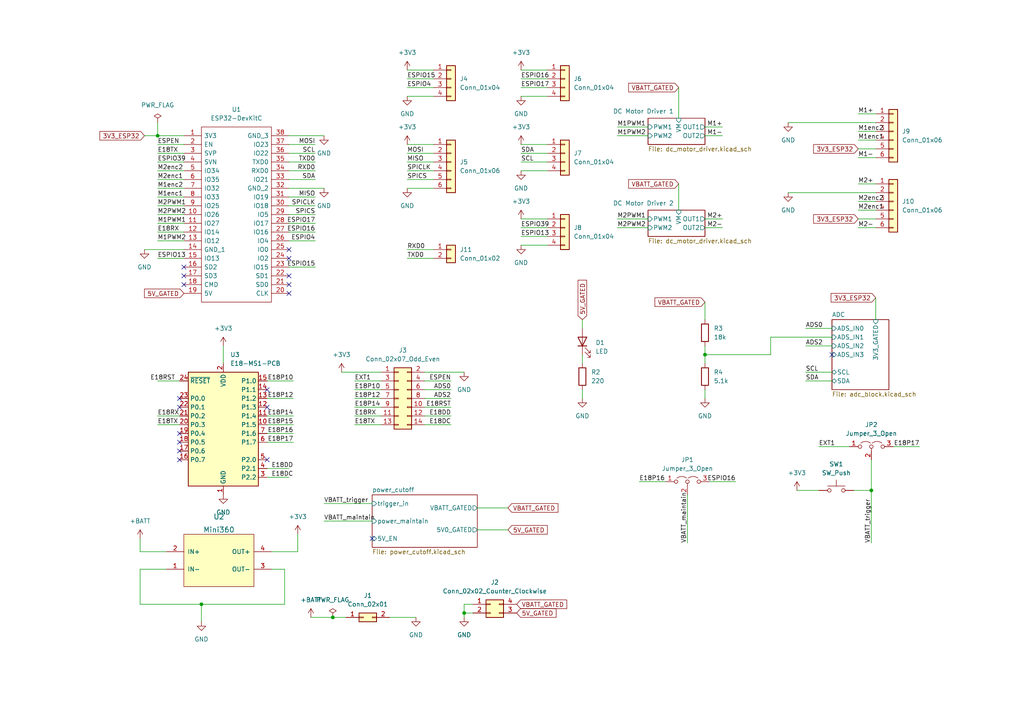
<source format=kicad_sch>
(kicad_sch (version 20211123) (generator eeschema)
  (paper "A4")
  (lib_symbols
    (symbol "Connector_Generic:Conn_01x02" (pin_names (offset 1.016) hide)
      (property "Reference" "J" (at 0 2.54 0))
      (property "Value" "Conn_01x02" (at 0 -5.08 0))
      (symbol "Conn_01x02_1_1"
        (rectangle (start -1.27 -2.413) (end 0 -2.667) (stroke (width 0.1524)))
        (rectangle (start -1.27 0.127) (end 0 -0.127) (stroke (width 0.1524)))
        (rectangle (start -1.27 1.27) (end 1.27 -3.81) (stroke (width 0.254)) (fill (type background)))
        (pin passive line (at -5.08 0 0) (length 3.81) (name "Pin_1") (number "1"))
        (pin passive line (at -5.08 -2.54 0) (length 3.81) (name "Pin_2") (number "2"))
      )
    )
    (symbol "Connector_Generic:Conn_01x04" (pin_names (offset 1.016) hide)
      (property "Reference" "J" (at 0 5.08 0))
      (property "Value" "Conn_01x04" (at 0 -7.62 0))
      (symbol "Conn_01x04_1_1"
        (rectangle (start -1.27 -4.953) (end 0 -5.207) (stroke (width 0.1524)))
        (rectangle (start -1.27 -2.413) (end 0 -2.667) (stroke (width 0.1524)))
        (rectangle (start -1.27 0.127) (end 0 -0.127) (stroke (width 0.1524)))
        (rectangle (start -1.27 2.667) (end 0 2.413) (stroke (width 0.1524)))
        (rectangle (start -1.27 3.81) (end 1.27 -6.35) (stroke (width 0.254)) (fill (type background)))
        (pin passive line (at -5.08 2.54 0) (length 3.81) (name "Pin_1") (number "1"))
        (pin passive line (at -5.08 0 0) (length 3.81) (name "Pin_2") (number "2"))
        (pin passive line (at -5.08 -2.54 0) (length 3.81) (name "Pin_3") (number "3"))
        (pin passive line (at -5.08 -5.08 0) (length 3.81) (name "Pin_4") (number "4"))
      )
    )
    (symbol "Connector_Generic:Conn_01x06" (pin_names (offset 1.016) hide)
      (property "Reference" "J" (at 0 7.62 0))
      (property "Value" "Conn_01x06" (at 0 -10.16 0))
      (symbol "Conn_01x06_1_1"
        (rectangle (start -1.27 -7.493) (end 0 -7.747) (stroke (width 0.1524)))
        (rectangle (start -1.27 -4.953) (end 0 -5.207) (stroke (width 0.1524)))
        (rectangle (start -1.27 -2.413) (end 0 -2.667) (stroke (width 0.1524)))
        (rectangle (start -1.27 0.127) (end 0 -0.127) (stroke (width 0.1524)))
        (rectangle (start -1.27 2.667) (end 0 2.413) (stroke (width 0.1524)))
        (rectangle (start -1.27 5.207) (end 0 4.953) (stroke (width 0.1524)))
        (rectangle (start -1.27 6.35) (end 1.27 -8.89) (stroke (width 0.254)) (fill (type background)))
        (pin passive line (at -5.08 5.08 0) (length 3.81) (name "Pin_1") (number "1"))
        (pin passive line (at -5.08 2.54 0) (length 3.81) (name "Pin_2") (number "2"))
        (pin passive line (at -5.08 0 0) (length 3.81) (name "Pin_3") (number "3"))
        (pin passive line (at -5.08 -2.54 0) (length 3.81) (name "Pin_4") (number "4"))
        (pin passive line (at -5.08 -5.08 0) (length 3.81) (name "Pin_5") (number "5"))
        (pin passive line (at -5.08 -7.62 0) (length 3.81) (name "Pin_6") (number "6"))
      )
    )
    (symbol "Connector_Generic:Conn_02x01" (pin_names (offset 1.016) hide)
      (property "Reference" "J" (at 1.27 2.54 0))
      (property "Value" "Conn_02x01" (at 1.27 -2.54 0))
      (symbol "Conn_02x01_1_1"
        (rectangle (start -1.27 0.127) (end 0 -0.127) (stroke (width 0.1524)))
        (rectangle (start -1.27 1.27) (end 3.81 -1.27) (stroke (width 0.254)) (fill (type background)))
        (rectangle (start 3.81 0.127) (end 2.54 -0.127) (stroke (width 0.1524)))
        (pin passive line (at -5.08 0 0) (length 3.81) (name "Pin_1") (number "1"))
        (pin passive line (at 7.62 0 180) (length 3.81) (name "Pin_2") (number "2"))
      )
    )
    (symbol "Connector_Generic:Conn_02x02_Counter_Clockwise" (pin_names (offset 1.016) hide)
      (property "Reference" "J" (at 1.27 2.54 0))
      (property "Value" "Conn_02x02_Counter_Clockwise" (at 1.27 -5.08 0))
      (symbol "Conn_02x02_Counter_Clockwise_1_1"
        (rectangle (start -1.27 -2.413) (end 0 -2.667) (stroke (width 0.1524)))
        (rectangle (start -1.27 0.127) (end 0 -0.127) (stroke (width 0.1524)))
        (rectangle (start -1.27 1.27) (end 3.81 -3.81) (stroke (width 0.254)) (fill (type background)))
        (rectangle (start 3.81 -2.413) (end 2.54 -2.667) (stroke (width 0.1524)))
        (rectangle (start 3.81 0.127) (end 2.54 -0.127) (stroke (width 0.1524)))
        (pin passive line (at -5.08 0 0) (length 3.81) (name "Pin_1") (number "1"))
        (pin passive line (at -5.08 -2.54 0) (length 3.81) (name "Pin_2") (number "2"))
        (pin passive line (at 7.62 -2.54 180) (length 3.81) (name "Pin_3") (number "3"))
        (pin passive line (at 7.62 0 180) (length 3.81) (name "Pin_4") (number "4"))
      )
    )
    (symbol "Connector_Generic:Conn_02x07_Odd_Even" (pin_names (offset 1.016) hide)
      (property "Reference" "J" (at 1.27 10.16 0))
      (property "Value" "Conn_02x07_Odd_Even" (at 1.27 -10.16 0))
      (symbol "Conn_02x07_Odd_Even_1_1"
        (rectangle (start -1.27 -7.493) (end 0 -7.747) (stroke (width 0.1524)))
        (rectangle (start -1.27 -4.953) (end 0 -5.207) (stroke (width 0.1524)))
        (rectangle (start -1.27 -2.413) (end 0 -2.667) (stroke (width 0.1524)))
        (rectangle (start -1.27 0.127) (end 0 -0.127) (stroke (width 0.1524)))
        (rectangle (start -1.27 2.667) (end 0 2.413) (stroke (width 0.1524)))
        (rectangle (start -1.27 5.207) (end 0 4.953) (stroke (width 0.1524)))
        (rectangle (start -1.27 7.747) (end 0 7.493) (stroke (width 0.1524)))
        (rectangle (start -1.27 8.89) (end 3.81 -8.89) (stroke (width 0.254)) (fill (type background)))
        (rectangle (start 3.81 -7.493) (end 2.54 -7.747) (stroke (width 0.1524)))
        (rectangle (start 3.81 -4.953) (end 2.54 -5.207) (stroke (width 0.1524)))
        (rectangle (start 3.81 -2.413) (end 2.54 -2.667) (stroke (width 0.1524)))
        (rectangle (start 3.81 0.127) (end 2.54 -0.127) (stroke (width 0.1524)))
        (rectangle (start 3.81 2.667) (end 2.54 2.413) (stroke (width 0.1524)))
        (rectangle (start 3.81 5.207) (end 2.54 4.953) (stroke (width 0.1524)))
        (rectangle (start 3.81 7.747) (end 2.54 7.493) (stroke (width 0.1524)))
        (pin passive line (at -5.08 7.62 0) (length 3.81) (name "Pin_1") (number "1"))
        (pin passive line (at 7.62 -2.54 180) (length 3.81) (name "Pin_10") (number "10"))
        (pin passive line (at -5.08 -5.08 0) (length 3.81) (name "Pin_11") (number "11"))
        (pin passive line (at 7.62 -5.08 180) (length 3.81) (name "Pin_12") (number "12"))
        (pin passive line (at -5.08 -7.62 0) (length 3.81) (name "Pin_13") (number "13"))
        (pin passive line (at 7.62 -7.62 180) (length 3.81) (name "Pin_14") (number "14"))
        (pin passive line (at 7.62 7.62 180) (length 3.81) (name "Pin_2") (number "2"))
        (pin passive line (at -5.08 5.08 0) (length 3.81) (name "Pin_3") (number "3"))
        (pin passive line (at 7.62 5.08 180) (length 3.81) (name "Pin_4") (number "4"))
        (pin passive line (at -5.08 2.54 0) (length 3.81) (name "Pin_5") (number "5"))
        (pin passive line (at 7.62 2.54 180) (length 3.81) (name "Pin_6") (number "6"))
        (pin passive line (at -5.08 0 0) (length 3.81) (name "Pin_7") (number "7"))
        (pin passive line (at 7.62 0 180) (length 3.81) (name "Pin_8") (number "8"))
        (pin passive line (at -5.08 -2.54 0) (length 3.81) (name "Pin_9") (number "9"))
      )
    )
    (symbol "Device:LED" (pin_numbers hide) (pin_names (offset 1.016) hide)
      (property "Reference" "D" (at 0 2.54 0))
      (property "Value" "LED" (at 0 -2.54 0))
      (symbol "LED_0_1"
        (polyline (pts (xy -1.27 -1.27) (xy -1.27 1.27)) (stroke (width 0.254)))
        (polyline (pts (xy -1.27 0) (xy 1.27 0)))
        (polyline (pts (xy 1.27 -1.27) (xy 1.27 1.27) (xy -1.27 0) (xy 1.27 -1.27)) (stroke (width 0.254)))
        (polyline (pts (xy -3.048 -0.762) (xy -4.572 -2.286) (xy -3.81 -2.286) (xy -4.572 -2.286) (xy -4.572 -1.524)))
        (polyline (pts (xy -1.778 -0.762) (xy -3.302 -2.286) (xy -2.54 -2.286) (xy -3.302 -2.286) (xy -3.302 -1.524)))
      )
      (symbol "LED_1_1"
        (pin passive line (at -3.81 0 0) (length 2.54) (name "K") (number "1"))
        (pin passive line (at 3.81 0 180) (length 2.54) (name "A") (number "2"))
      )
    )
    (symbol "Device:R" (pin_numbers hide) (pin_names (offset 0))
      (property "Reference" "R" (at 2.032 0 90))
      (property "Value" "R" (at 0 0 90))
      (symbol "R_0_1"
        (rectangle (start -1.016 -2.54) (end 1.016 2.54) (stroke (width 0.254)))
      )
      (symbol "R_1_1"
        (pin passive line (at 0 3.81 270) (length 1.27) (name "~") (number "1"))
        (pin passive line (at 0 -3.81 90) (length 1.27) (name "~") (number "2"))
      )
    )
    (symbol "ESP32-DevKitC:ESP32-DevKitC" (pin_names (offset 0.762))
      (property "Reference" "U" (at 26.67 7.62 0))
      (property "Value" "ESP32-DevKitC" (at 26.67 5.08 0))
      (symbol "ESP32-DevKitC_0_0"
        (pin power_in line (at 0 0 0) (length 5.08) (name "3V3") (number "1"))
        (pin bidirectional line (at 0 -22.86 0) (length 5.08) (name "IO26") (number "10"))
        (pin bidirectional line (at 0 -25.4 0) (length 5.08) (name "IO27") (number "11"))
        (pin bidirectional line (at 0 -27.94 0) (length 5.08) (name "IO14") (number "12"))
        (pin bidirectional line (at 0 -30.48 0) (length 5.08) (name "IO12") (number "13"))
        (pin power_in line (at 0 -33.02 0) (length 5.08) (name "GND_1") (number "14"))
        (pin bidirectional line (at 0 -35.56 0) (length 5.08) (name "IO13") (number "15"))
        (pin passive line (at 0 -38.1 0) (length 5.08) (name "SD2") (number "16"))
        (pin passive line (at 0 -40.64 0) (length 5.08) (name "SD3") (number "17"))
        (pin passive line (at 0 -43.18 0) (length 5.08) (name "CMD") (number "18"))
        (pin power_in line (at 0 -45.72 0) (length 5.08) (name "5V") (number "19"))
        (pin passive line (at 0 -2.54 0) (length 5.08) (name "EN") (number "2"))
        (pin passive line (at 30.48 -45.72 180) (length 5.08) (name "CLK") (number "20"))
        (pin passive line (at 30.48 -43.18 180) (length 5.08) (name "SD0") (number "21"))
        (pin passive line (at 30.48 -40.64 180) (length 5.08) (name "SD1") (number "22"))
        (pin passive line (at 30.48 -38.1 180) (length 5.08) (name "IO15") (number "23"))
        (pin bidirectional line (at 30.48 -35.56 180) (length 5.08) (name "IO2") (number "24"))
        (pin bidirectional line (at 30.48 -33.02 180) (length 5.08) (name "IO0") (number "25"))
        (pin bidirectional line (at 30.48 -30.48 180) (length 5.08) (name "IO4") (number "26"))
        (pin bidirectional line (at 30.48 -27.94 180) (length 5.08) (name "IO16") (number "27"))
        (pin bidirectional line (at 30.48 -25.4 180) (length 5.08) (name "IO17") (number "28"))
        (pin bidirectional line (at 30.48 -22.86 180) (length 5.08) (name "IO5") (number "29"))
        (pin passive line (at 0 -5.08 0) (length 5.08) (name "SVP") (number "3"))
        (pin bidirectional line (at 30.48 -20.32 180) (length 5.08) (name "IO18") (number "30"))
        (pin bidirectional line (at 30.48 -17.78 180) (length 5.08) (name "IO19") (number "31"))
        (pin power_in line (at 30.48 -15.24 180) (length 5.08) (name "GND_2") (number "32"))
        (pin bidirectional line (at 30.48 -12.7 180) (length 5.08) (name "IO21") (number "33"))
        (pin passive line (at 30.48 -10.16 180) (length 5.08) (name "RXD0") (number "34"))
        (pin passive line (at 30.48 -7.62 180) (length 5.08) (name "TXD0") (number "35"))
        (pin bidirectional line (at 30.48 -5.08 180) (length 5.08) (name "IO22") (number "36"))
        (pin bidirectional line (at 30.48 -2.54 180) (length 5.08) (name "IO23") (number "37"))
        (pin power_in line (at 30.48 0 180) (length 5.08) (name "GND_3") (number "38"))
        (pin passive line (at 0 -7.62 0) (length 5.08) (name "SVN") (number "4"))
        (pin bidirectional line (at 0 -10.16 0) (length 5.08) (name "IO34") (number "5"))
        (pin bidirectional line (at 0 -12.7 0) (length 5.08) (name "IO35") (number "6"))
        (pin bidirectional line (at 0 -15.24 0) (length 5.08) (name "IO32") (number "7"))
        (pin bidirectional line (at 0 -17.78 0) (length 5.08) (name "IO33") (number "8"))
        (pin bidirectional line (at 0 -20.32 0) (length 5.08) (name "IO25") (number "9"))
      )
      (symbol "ESP32-DevKitC_0_1"
        (polyline (pts (xy 5.08 2.54) (xy 25.4 2.54) (xy 25.4 -48.26) (xy 5.08 -48.26) (xy 5.08 2.54)) (stroke (width 0.1524)))
      )
    )
    (symbol "Jumper:Jumper_3_Open" (pin_names (offset 0) hide)
      (property "Reference" "JP" (at -2.54 -2.54 0))
      (property "Value" "Jumper_3_Open" (at 0 2.794 0))
      (symbol "Jumper_3_Open_0_0"
        (circle (center -3.302 0) (radius 0.508))
        (circle (center 0 0) (radius 0.508))
        (circle (center 3.302 0) (radius 0.508))
      )
      (symbol "Jumper_3_Open_0_1"
        (arc (start -0.254 1.016) (mid -1.651 1.4992) (end -3.048 1.016))
        (polyline (pts (xy 0 -0.508) (xy 0 -1.27)))
        (arc (start 3.048 1.016) (mid 1.651 1.4992) (end 0.254 1.016))
      )
      (symbol "Jumper_3_Open_1_1"
        (pin passive line (at -6.35 0 0) (length 2.54) (name "A") (number "1"))
        (pin input line (at 0 -3.81 90) (length 2.54) (name "C") (number "2"))
        (pin passive line (at 6.35 0 180) (length 2.54) (name "B") (number "3"))
      )
    )
    (symbol "RF_Module:E18-MS1-PCB"
      (property "Reference" "U" (at -2.54 21.59 0))
      (property "Value" "E18-MS1-PCB" (at -2.54 19.05 0))
      (symbol "E18-MS1-PCB_0_1"
        (rectangle (start -10.16 17.78) (end 10.16 -15.24) (stroke (width 0.254)) (fill (type background)))
      )
      (symbol "E18-MS1-PCB_1_1"
        (pin power_in line (at 0 -17.78 90) (length 2.54) (name "GND") (number "1"))
        (pin bidirectional line (at 12.7 2.54 180) (length 2.54) (name "P1.5") (number "10"))
        (pin bidirectional line (at 12.7 5.08 180) (length 2.54) (name "P1.4") (number "11"))
        (pin bidirectional line (at 12.7 7.62 180) (length 2.54) (name "P1.3") (number "12"))
        (pin bidirectional line (at 12.7 10.16 180) (length 2.54) (name "P1.2") (number "13"))
        (pin bidirectional line (at 12.7 12.7 180) (length 2.54) (name "P1.1") (number "14"))
        (pin bidirectional line (at 12.7 15.24 180) (length 2.54) (name "P1.0") (number "15"))
        (pin bidirectional line (at -12.7 -7.62 0) (length 2.54) (name "P0.7") (number "16"))
        (pin bidirectional line (at -12.7 -5.08 0) (length 2.54) (name "P0.6") (number "17"))
        (pin bidirectional line (at -12.7 -2.54 0) (length 2.54) (name "P0.5") (number "18"))
        (pin bidirectional line (at -12.7 0 0) (length 2.54) (name "P0.4") (number "19"))
        (pin power_in line (at 0 20.32 270) (length 2.54) (name "VDD") (number "2"))
        (pin bidirectional line (at -12.7 2.54 0) (length 2.54) (name "P0.3") (number "20"))
        (pin bidirectional line (at -12.7 5.08 0) (length 2.54) (name "P0.2") (number "21"))
        (pin bidirectional line (at -12.7 7.62 0) (length 2.54) (name "P0.1") (number "22"))
        (pin bidirectional line (at -12.7 10.16 0) (length 2.54) (name "P0.0") (number "23"))
        (pin input line (at -12.7 15.24 0) (length 2.54) (name "~{RESET}") (number "24"))
        (pin bidirectional line (at 12.7 -12.7 180) (length 2.54) (name "P2.2") (number "3"))
        (pin bidirectional line (at 12.7 -10.16 180) (length 2.54) (name "P2.1") (number "4"))
        (pin bidirectional line (at 12.7 -7.62 180) (length 2.54) (name "P2.0") (number "5"))
        (pin bidirectional line (at 12.7 -2.54 180) (length 2.54) (name "P1.7") (number "6"))
        (pin bidirectional line (at 12.7 0 180) (length 2.54) (name "P1.6") (number "7"))
        (pin no_connect line (at -10.16 -10.16 0) (length 2.54) hide (name "NC") (number "8"))
        (pin no_connect line (at -10.16 -12.7 0) (length 2.54) hide (name "NC") (number "9"))
      )
    )
    (symbol "Switch:SW_Push" (pin_numbers hide) (pin_names (offset 1.016) hide)
      (property "Reference" "SW" (at 1.27 2.54 0))
      (property "Value" "SW_Push" (at 0 -1.524 0))
      (symbol "SW_Push_0_1"
        (circle (center -2.032 0) (radius 0.508))
        (polyline (pts (xy 0 1.27) (xy 0 3.048)))
        (polyline (pts (xy 2.54 1.27) (xy -2.54 1.27)))
        (circle (center 2.032 0) (radius 0.508))
        (pin passive line (at -5.08 0 0) (length 2.54) (name "1") (number "1"))
        (pin passive line (at 5.08 0 180) (length 2.54) (name "2") (number "2"))
      )
    )
    (symbol "mini360:Mini360" (pin_names (offset 1.016))
      (property "Reference" "U" (at 0 -5.08 0))
      (property "Value" "Mini360" (at 0 5.08 0))
      (symbol "Mini360_0_1"
        (rectangle (start -10.16 7.62) (end 10.16 -7.62) (fill (type background)))
      )
      (symbol "Mini360_1_1"
        (pin power_in line (at -15.24 -2.54 0) (length 5.08) (name "IN-") (number "1"))
        (pin power_in line (at -15.24 2.54 0) (length 5.08) (name "IN+") (number "2"))
        (pin power_out line (at 15.24 -2.54 180) (length 5.08) (name "OUT-") (number "3"))
        (pin power_out line (at 15.24 2.54 180) (length 5.08) (name "OUT+") (number "4"))
      )
    )
    (symbol "power:+3V3" (power) (pin_names (offset 0))
      (property "Value" "+3V3" (at 0 3.556 0))
      (symbol "+3V3_0_1"
        (polyline (pts (xy -0.762 1.27) (xy 0 2.54)))
        (polyline (pts (xy 0 0) (xy 0 2.54)))
        (polyline (pts (xy 0 2.54) (xy 0.762 1.27)))
      )
      (symbol "+3V3_1_1"
        (pin power_in line (at 0 0 90) (length 0) hide (name "+3V3") (number "1"))
      )
    )
    (symbol "power:+BATT" (power) (pin_names (offset 0))
      (property "Value" "+BATT" (at 0 3.556 0))
      (symbol "+BATT_0_1"
        (polyline (pts (xy -0.762 1.27) (xy 0 2.54)))
        (polyline (pts (xy 0 0) (xy 0 2.54)))
        (polyline (pts (xy 0 2.54) (xy 0.762 1.27)))
      )
      (symbol "+BATT_1_1"
        (pin power_in line (at 0 0 90) (length 0) hide (name "+BATT") (number "1"))
      )
    )
    (symbol "power:GND" (power) (pin_names (offset 0))
      (property "Value" "GND" (at 0 -3.81 0))
      (symbol "GND_0_1"
        (polyline (pts (xy 0 0) (xy 0 -1.27) (xy 1.27 -1.27) (xy 0 -2.54) (xy -1.27 -1.27) (xy 0 -1.27)))
      )
      (symbol "GND_1_1"
        (pin power_in line (at 0 0 270) (length 0) hide (name "GND") (number "1"))
      )
    )
    (symbol "power:PWR_FLAG" (power) (pin_numbers hide) (pin_names (offset 0) hide)
      (property "Value" "PWR_FLAG" (at 0 3.81 0))
      (symbol "PWR_FLAG_0_0"
        (pin power_out line (at 0 0 90) (length 0) (name "pwr") (number "1"))
      )
      (symbol "PWR_FLAG_0_1"
        (polyline (pts (xy 0 0) (xy 0 1.27) (xy -1.016 1.905) (xy 0 2.54) (xy 1.016 1.905) (xy 0 1.27)))
      )
    )
  )
  (junction (at 45.72 39.37))
  (junction (at 204.47 102.87))
  (junction (at 58.42 175.26))
  (junction (at 96.52 179.07))
  (junction (at 134.62 177.8))
  (junction (at 252.73 142.24))
  (no_connect (at 52.07 118.11))
  (no_connect (at 52.07 130.81))
  (no_connect (at 53.34 77.47))
  (no_connect (at 77.47 113.03))
  (no_connect (at 52.07 125.73))
  (no_connect (at 107.95 156.21))
  (no_connect (at 52.07 128.27))
  (no_connect (at 77.47 133.35))
  (no_connect (at 83.82 74.93))
  (no_connect (at 52.07 115.57))
  (no_connect (at 52.07 133.35))
  (no_connect (at 77.47 118.11))
  (no_connect (at 241.3 102.87))
  (no_connect (at 83.82 72.39))
  (no_connect (at 53.34 82.55))
  (no_connect (at 83.82 82.55))
  (no_connect (at 83.82 80.01))
  (no_connect (at 83.82 85.09))
  (no_connect (at 53.34 80.01))
  (wire (pts (xy 151.13 71.12) (xy 158.75 71.12)))
  (wire (pts (xy 151.13 20.32) (xy 158.75 20.32)))
  (wire (pts (xy 45.72 120.65) (xy 52.07 120.65)))
  (wire (pts (xy 123.19 123.19) (xy 130.81 123.19)))
  (wire (pts (xy 45.72 64.77) (xy 53.34 64.77)))
  (wire (pts (xy 125.73 52.07) (xy 118.11 52.07)))
  (wire (pts (xy 223.52 102.87) (xy 223.52 97.79)))
  (wire (pts (xy 196.85 25.4) (xy 196.85 34.29)))
  (wire (pts (xy 179.07 66.04) (xy 187.96 66.04)))
  (wire (pts (xy 118.11 20.32) (xy 125.73 20.32)))
  (wire (pts (xy 96.52 179.07) (xy 100.33 179.07)))
  (wire (pts (xy 158.75 46.99) (xy 151.13 46.99)))
  (wire (pts (xy 78.74 165.1) (xy 82.55 165.1)))
  (wire (pts (xy 120.65 179.07) (xy 113.03 179.07)))
  (wire (pts (xy 204.47 66.04) (xy 209.55 66.04)))
  (wire (pts (xy 52.07 110.49) (xy 45.72 110.49)))
  (wire (pts (xy 248.92 60.96) (xy 254 60.96)))
  (wire (pts (xy 53.34 57.15) (xy 45.72 57.15)))
  (wire (pts (xy 40.64 156.21) (xy 40.64 160.02)))
  (wire (pts (xy 204.47 39.37) (xy 209.55 39.37)))
  (wire (pts (xy 110.49 115.57) (xy 102.87 115.57)))
  (wire (pts (xy 110.49 113.03) (xy 102.87 113.03)))
  (wire (pts (xy 110.49 107.95) (xy 99.06 107.95)))
  (wire (pts (xy 125.73 46.99) (xy 118.11 46.99)))
  (wire (pts (xy 45.72 52.07) (xy 53.34 52.07)))
  (wire (pts (xy 151.13 27.94) (xy 158.75 27.94)))
  (wire (pts (xy 123.19 110.49) (xy 130.81 110.49)))
  (wire (pts (xy 241.3 110.49) (xy 233.68 110.49)))
  (wire (pts (xy 125.73 44.45) (xy 118.11 44.45)))
  (wire (pts (xy 123.19 113.03) (xy 130.81 113.03)))
  (wire (pts (xy 58.42 175.26) (xy 58.42 180.34)))
  (wire (pts (xy 82.55 175.26) (xy 82.55 165.1)))
  (wire (pts (xy 77.47 110.49) (xy 85.09 110.49)))
  (wire (pts (xy 45.72 39.37) (xy 53.34 39.37)))
  (wire (pts (xy 83.82 67.31) (xy 91.44 67.31)))
  (wire (pts (xy 93.98 146.05) (xy 107.95 146.05)))
  (wire (pts (xy 45.72 41.91) (xy 53.34 41.91)))
  (wire (pts (xy 204.47 63.5) (xy 209.55 63.5)))
  (wire (pts (xy 58.42 175.26) (xy 82.55 175.26)))
  (wire (pts (xy 248.92 43.18) (xy 254 43.18)))
  (wire (pts (xy 241.3 100.33) (xy 233.68 100.33)))
  (wire (pts (xy 45.72 49.53) (xy 53.34 49.53)))
  (wire (pts (xy 213.36 139.7) (xy 205.74 139.7)))
  (wire (pts (xy 248.92 58.42) (xy 254 58.42)))
  (wire (pts (xy 123.19 120.65) (xy 130.81 120.65)))
  (wire (pts (xy 199.39 157.48) (xy 199.39 143.51)))
  (wire (pts (xy 91.44 69.85) (xy 83.82 69.85)))
  (wire (pts (xy 248.92 66.04) (xy 254 66.04)))
  (wire (pts (xy 93.98 151.13) (xy 107.95 151.13)))
  (wire (pts (xy 123.19 118.11) (xy 130.81 118.11)))
  (wire (pts (xy 248.92 33.02) (xy 254 33.02)))
  (wire (pts (xy 83.82 49.53) (xy 91.44 49.53)))
  (wire (pts (xy 138.43 153.67) (xy 147.32 153.67)))
  (wire (pts (xy 196.85 53.34) (xy 196.85 60.96)))
  (wire (pts (xy 83.82 44.45) (xy 91.44 44.45)))
  (wire (pts (xy 252.73 142.24) (xy 252.73 157.48)))
  (wire (pts (xy 125.73 74.93) (xy 118.11 74.93)))
  (wire (pts (xy 134.62 175.26) (xy 134.62 177.8)))
  (wire (pts (xy 77.47 125.73) (xy 85.09 125.73)))
  (wire (pts (xy 90.17 179.07) (xy 96.52 179.07)))
  (wire (pts (xy 40.64 175.26) (xy 58.42 175.26)))
  (wire (pts (xy 64.77 100.33) (xy 64.77 105.41)))
  (wire (pts (xy 118.11 27.94) (xy 125.73 27.94)))
  (wire (pts (xy 179.07 63.5) (xy 187.96 63.5)))
  (wire (pts (xy 158.75 66.04) (xy 151.13 66.04)))
  (wire (pts (xy 118.11 54.61) (xy 125.73 54.61)))
  (wire (pts (xy 179.07 39.37) (xy 187.96 39.37)))
  (wire (pts (xy 151.13 25.4) (xy 158.75 25.4)))
  (wire (pts (xy 204.47 102.87) (xy 223.52 102.87)))
  (wire (pts (xy 168.91 92.71) (xy 168.91 95.25)))
  (wire (pts (xy 86.36 160.02) (xy 78.74 160.02)))
  (wire (pts (xy 151.13 49.53) (xy 158.75 49.53)))
  (wire (pts (xy 53.34 54.61) (xy 45.72 54.61)))
  (wire (pts (xy 204.47 100.33) (xy 204.47 102.87)))
  (wire (pts (xy 118.11 41.91) (xy 125.73 41.91)))
  (wire (pts (xy 45.72 46.99) (xy 53.34 46.99)))
  (wire (pts (xy 41.91 72.39) (xy 53.34 72.39)))
  (wire (pts (xy 137.16 175.26) (xy 134.62 175.26)))
  (wire (pts (xy 204.47 115.57) (xy 204.47 113.03)))
  (wire (pts (xy 83.82 54.61) (xy 93.98 54.61)))
  (wire (pts (xy 83.82 59.69) (xy 91.44 59.69)))
  (wire (pts (xy 77.47 135.89) (xy 83.82 135.89)))
  (wire (pts (xy 259.08 129.54) (xy 266.7 129.54)))
  (wire (pts (xy 248.92 45.72) (xy 254 45.72)))
  (wire (pts (xy 83.82 52.07) (xy 91.44 52.07)))
  (wire (pts (xy 151.13 22.86) (xy 158.75 22.86)))
  (wire (pts (xy 83.82 64.77) (xy 91.44 64.77)))
  (wire (pts (xy 134.62 177.8) (xy 134.62 179.07)))
  (wire (pts (xy 83.82 57.15) (xy 91.44 57.15)))
  (wire (pts (xy 102.87 123.19) (xy 110.49 123.19)))
  (wire (pts (xy 41.91 39.37) (xy 45.72 39.37)))
  (wire (pts (xy 125.73 49.53) (xy 118.11 49.53)))
  (wire (pts (xy 137.16 177.8) (xy 134.62 177.8)))
  (wire (pts (xy 247.65 142.24) (xy 252.73 142.24)))
  (wire (pts (xy 228.6 55.88) (xy 254 55.88)))
  (wire (pts (xy 246.38 129.54) (xy 237.49 129.54)))
  (wire (pts (xy 77.47 138.43) (xy 83.82 138.43)))
  (wire (pts (xy 254 86.36) (xy 254 92.71)))
  (wire (pts (xy 248.92 40.64) (xy 254 40.64)))
  (wire (pts (xy 83.82 41.91) (xy 91.44 41.91)))
  (wire (pts (xy 223.52 97.79) (xy 241.3 97.79)))
  (wire (pts (xy 168.91 105.41) (xy 168.91 102.87)))
  (wire (pts (xy 40.64 165.1) (xy 48.26 165.1)))
  (wire (pts (xy 77.47 128.27) (xy 85.09 128.27)))
  (wire (pts (xy 118.11 22.86) (xy 125.73 22.86)))
  (wire (pts (xy 45.72 35.56) (xy 45.72 39.37)))
  (wire (pts (xy 45.72 74.93) (xy 53.34 74.93)))
  (wire (pts (xy 231.14 142.24) (xy 237.49 142.24)))
  (wire (pts (xy 179.07 36.83) (xy 187.96 36.83)))
  (wire (pts (xy 168.91 115.57) (xy 168.91 113.03)))
  (wire (pts (xy 125.73 72.39) (xy 118.11 72.39)))
  (wire (pts (xy 77.47 120.65) (xy 85.09 120.65)))
  (wire (pts (xy 83.82 46.99) (xy 91.44 46.99)))
  (wire (pts (xy 248.92 63.5) (xy 254 63.5)))
  (wire (pts (xy 193.04 139.7) (xy 185.42 139.7)))
  (wire (pts (xy 45.72 123.19) (xy 52.07 123.19)))
  (wire (pts (xy 40.64 165.1) (xy 40.64 175.26)))
  (wire (pts (xy 158.75 68.58) (xy 151.13 68.58)))
  (wire (pts (xy 204.47 87.63) (xy 204.47 92.71)))
  (wire (pts (xy 45.72 44.45) (xy 53.34 44.45)))
  (wire (pts (xy 204.47 102.87) (xy 204.47 105.41)))
  (wire (pts (xy 40.64 160.02) (xy 48.26 160.02)))
  (wire (pts (xy 45.72 59.69) (xy 53.34 59.69)))
  (wire (pts (xy 123.19 115.57) (xy 130.81 115.57)))
  (wire (pts (xy 204.47 36.83) (xy 209.55 36.83)))
  (wire (pts (xy 123.19 107.95) (xy 134.62 107.95)))
  (wire (pts (xy 45.72 67.31) (xy 53.34 67.31)))
  (wire (pts (xy 158.75 44.45) (xy 151.13 44.45)))
  (wire (pts (xy 86.36 154.94) (xy 86.36 160.02)))
  (wire (pts (xy 83.82 39.37) (xy 93.98 39.37)))
  (wire (pts (xy 118.11 25.4) (xy 125.73 25.4)))
  (wire (pts (xy 77.47 123.19) (xy 85.09 123.19)))
  (wire (pts (xy 110.49 118.11) (xy 102.87 118.11)))
  (wire (pts (xy 241.3 107.95) (xy 233.68 107.95)))
  (wire (pts (xy 138.43 147.32) (xy 147.32 147.32)))
  (wire (pts (xy 252.73 133.35) (xy 252.73 142.24)))
  (wire (pts (xy 248.92 53.34) (xy 254 53.34)))
  (wire (pts (xy 241.3 95.25) (xy 233.68 95.25)))
  (wire (pts (xy 91.44 77.47) (xy 83.82 77.47)))
  (wire (pts (xy 45.72 62.23) (xy 53.34 62.23)))
  (wire (pts (xy 45.72 69.85) (xy 53.34 69.85)))
  (wire (pts (xy 151.13 41.91) (xy 158.75 41.91)))
  (wire (pts (xy 151.13 63.5) (xy 158.75 63.5)))
  (wire (pts (xy 102.87 120.65) (xy 110.49 120.65)))
  (wire (pts (xy 77.47 115.57) (xy 85.09 115.57)))
  (wire (pts (xy 228.6 35.56) (xy 254 35.56)))
  (wire (pts (xy 83.82 62.23) (xy 91.44 62.23)))
  (wire (pts (xy 102.87 110.49) (xy 110.49 110.49)))
  (wire (pts (xy 248.92 38.1) (xy 254 38.1)))
  (label "M2enc1" (at 248.92 60.96 0))
  (label "M2PWM1" (at 179.07 63.5 0))
  (label "ADS0" (at 233.68 95.25 0))
  (label "M1-" (at 248.92 45.72 0))
  (label "E18P10" (at 85.09 110.49 180))
  (label "ADS2" (at 130.81 115.57 180))
  (label "ESPIO16" (at 213.36 139.7 180))
  (label "E18DD" (at 78.74 135.89 0))
  (label "E18DC" (at 78.74 138.43 0))
  (label "M2+" (at 209.55 63.5 180))
  (label "VBATT_maintain" (at 93.98 151.13 0))
  (label "M2enc1" (at 45.72 52.07 0))
  (label "ESPIO39" (at 151.13 66.04 0))
  (label "TXD0" (at 91.44 46.99 180))
  (label "ESPIO16" (at 91.44 67.31 180))
  (label "E18RX" (at 45.72 120.65 0))
  (label "RXD0" (at 91.44 49.53 180))
  (label "SDA" (at 91.44 52.07 180))
  (label "E18P17" (at 85.09 128.27 180))
  (label "M2enc2" (at 248.92 58.42 0))
  (label "ESPIO13" (at 45.72 74.93 0))
  (label "MISO" (at 118.11 46.99 0))
  (label "M2-" (at 209.55 66.04 180))
  (label "ESPIO13" (at 151.13 68.58 0))
  (label "RXD0" (at 118.11 72.39 0))
  (label "E18P16" (at 85.09 125.73 180))
  (label "E18TX" (at 45.72 123.19 0))
  (label "M2PWM1" (at 45.72 59.69 0))
  (label "EXT1" (at 237.49 129.54 0))
  (label "ADS2" (at 233.68 100.33 0))
  (label "E18P16" (at 185.42 139.7 0))
  (label "VBATT_trigger" (at 93.98 146.05 0))
  (label "E18P10" (at 102.87 113.03 0))
  (label "E18DC" (at 130.81 123.19 180))
  (label "E18RX" (at 102.87 120.65 0))
  (label "ESPIO39" (at 45.72 46.99 0))
  (label "E18P14" (at 102.87 118.11 0))
  (label "MISO" (at 91.44 57.15 180))
  (label "M1+" (at 209.55 36.83 180))
  (label "SDA" (at 151.13 44.45 0))
  (label "ESPIO17" (at 91.44 64.77 180))
  (label "M1PWM1" (at 179.07 36.83 0))
  (label "E18DD" (at 130.81 120.65 180))
  (label "M1-" (at 209.55 39.37 180))
  (label "ESPIO15" (at 118.11 22.86 0))
  (label "M1enc2" (at 45.72 54.61 0))
  (label "SPICS" (at 91.44 62.23 180))
  (label "ESPIO4" (at 91.44 69.85 180))
  (label "M2enc2" (at 45.72 49.53 0))
  (label "E18P12" (at 102.87 115.57 0))
  (label "M2-" (at 248.92 66.04 0))
  (label "E18P12" (at 85.09 115.57 180))
  (label "M1+" (at 248.92 33.02 0))
  (label "SCL" (at 233.68 107.95 0))
  (label "VBATT_maintain" (at 199.39 157.48 90))
  (label "SPICLK" (at 118.11 49.53 0))
  (label "M2PWM2" (at 45.72 62.23 0))
  (label "M1enc1" (at 248.92 40.64 0))
  (label "MOSI" (at 91.44 41.91 180))
  (label "MOSI" (at 118.11 44.45 0))
  (label "E18P17" (at 266.7 129.54 180))
  (label "SCL" (at 91.44 44.45 180))
  (label "M1PWM1" (at 45.72 64.77 0))
  (label "ESPIO4" (at 118.11 25.4 0))
  (label "E18RST" (at 50.8 110.49 180))
  (label "ESPEN" (at 130.81 110.49 180))
  (label "M1enc2" (at 248.92 38.1 0))
  (label "SPICS" (at 118.11 52.07 0))
  (label "VBATT_trigger" (at 252.73 157.48 90))
  (label "M1enc1" (at 45.72 57.15 0))
  (label "TXD0" (at 118.11 74.93 0))
  (label "E18TX" (at 102.87 123.19 0))
  (label "SPICLK" (at 91.44 59.69 180))
  (label "M1PWM2" (at 179.07 39.37 0))
  (label "E18TX" (at 45.72 44.45 0))
  (label "ESPIO15" (at 91.44 77.47 180))
  (label "E18P15" (at 85.09 123.19 180))
  (label "ESPEN" (at 45.72 41.91 0))
  (label "SDA" (at 233.68 110.49 0))
  (label "EXT1" (at 102.87 110.49 0))
  (label "ESPIO16" (at 151.13 22.86 0))
  (label "M2+" (at 248.92 53.34 0))
  (label "SCL" (at 151.13 46.99 0))
  (label "E18P14" (at 85.09 120.65 180))
  (label "M1PWM2" (at 45.72 69.85 0))
  (label "ADS0" (at 130.81 113.03 180))
  (label "E18RST" (at 130.81 118.11 180))
  (label "M2PWM2" (at 179.07 66.04 0))
  (label "E18RX" (at 45.72 67.31 0))
  (label "ESPIO17" (at 151.13 25.4 0))
  (global_label "VBATT_GATED" (shape input) (at 149.86 175.26 0) (property "Intersheet References" "${INTERSHEET_REFS}" (effects hide)))
  (global_label "3V3_ESP32" (shape input) (at 248.92 63.5 180) (property "Intersheet References" "${INTERSHEET_REFS}" (effects hide)))
  (global_label "3V3_ESP32" (shape input) (at 254 86.36 180) (property "Intersheet References" "${INTERSHEET_REFS}" (effects hide)))
  (global_label "3V3_ESP32" (shape input) (at 248.92 43.18 180) (property "Intersheet References" "${INTERSHEET_REFS}" (effects hide)))
  (global_label "5V_GATED" (shape input) (at 53.34 85.09 180) (property "Intersheet References" "${INTERSHEET_REFS}" (effects hide)))
  (global_label "5V_GATED" (shape input) (at 149.86 177.8 0) (property "Intersheet References" "${INTERSHEET_REFS}" (effects hide)))
  (global_label "5V_GATED" (shape input) (at 168.91 92.71 90) (property "Intersheet References" "${INTERSHEET_REFS}" (effects hide)))
  (global_label "5V_GATED" (shape input) (at 147.32 153.67 0) (property "Intersheet References" "${INTERSHEET_REFS}" (effects hide)))
  (global_label "VBATT_GATED" (shape input) (at 196.85 53.34 180) (property "Intersheet References" "${INTERSHEET_REFS}" (effects hide)))
  (global_label "VBATT_GATED" (shape input) (at 147.32 147.32 0) (property "Intersheet References" "${INTERSHEET_REFS}" (effects hide)))
  (global_label "3V3_ESP32" (shape input) (at 41.91 39.37 180) (property "Intersheet References" "${INTERSHEET_REFS}" (effects hide)))
  (global_label "VBATT_GATED" (shape input) (at 204.47 87.63 180) (property "Intersheet References" "${INTERSHEET_REFS}" (effects hide)))
  (global_label "VBATT_GATED" (shape input) (at 196.85 25.4 180) (property "Intersheet References" "${INTERSHEET_REFS}" (effects hide)))
  (symbol (lib_id "power:+3V3") (at 64.77 100.33 0) (unit 1)
    (property "Reference" "#PWR04" (effects hide))
    (property "Value" "+3V3" (at 64.77 95.25 0))
  )
  (symbol (lib_id "Connector_Generic:Conn_01x06") (at 259.08 38.1 0) (unit 1)
    (property "Reference" "J9" (at 261.62 38.0999 0) (effects (justify left)))
    (property "Value" "Conn_01x06" (at 261.62 40.6399 0) (effects (justify left)))
    (property "Footprint" "Connector_JST:JST_PH_B6B-PH-K_1x06_P2.00mm_Vertical" (effects hide))
  )
  (symbol (lib_id "power:+3V3") (at 118.11 20.32 0) (unit 1)
    (property "Reference" "#PWR012" (effects hide))
    (property "Value" "+3V3" (at 118.11 15.24 0))
  )
  (symbol (lib_id "power:+3V3") (at 231.14 142.24 0) (unit 1)
    (property "Reference" "#PWR029" (effects hide))
    (property "Value" "+3V3" (at 231.14 137.16 0))
  )
  (symbol (lib_id "power:+3V3") (at 86.36 154.94 0) (unit 1)
    (property "Reference" "#PWR06" (effects hide))
    (property "Value" "+3V3" (at 86.36 149.86 0))
  )
  (symbol (lib_id "power:GND") (at 93.98 54.61 0) (unit 1)
    (property "Reference" "#PWR08" (effects hide))
    (property "Value" "GND" (at 93.98 59.69 0))
  )
  (symbol (lib_id "power:GND") (at 168.91 115.57 0) (unit 1)
    (property "Reference" "#PWR024" (effects hide))
    (property "Value" "GND" (at 168.91 120.65 0))
  )
  (symbol (lib_id "Device:R") (at 168.91 109.22 0) (unit 1)
    (property "Reference" "R2" (at 171.45 107.9499 0) (effects (justify left)))
    (property "Value" "220" (at 171.45 110.4899 0) (effects (justify left)))
    (property "Footprint" "Resistor_SMD:R_1206_3216Metric" (effects hide))
  )
  (symbol (lib_id "Device:R") (at 204.47 96.52 0) (unit 1)
    (property "Reference" "R3" (at 207.01 95.2499 0) (effects (justify left)))
    (property "Value" "18k" (at 207.01 97.7899 0) (effects (justify left)))
    (property "Footprint" "Resistor_SMD:R_1206_3216Metric" (effects hide))
  )
  (symbol (lib_id "Connector_Generic:Conn_01x04") (at 163.83 66.04 0) (unit 1)
    (property "Reference" "J8" (at 166.37 66.0399 0) (effects (justify left)))
    (property "Value" "Conn_01x04" (at 166.37 68.5799 0) (effects (justify left)))
    (property "Footprint" "Connector_PinHeader_2.54mm:PinHeader_1x04_P2.54mm_Vertical" (effects hide))
  )
  (symbol (lib_id "power:GND") (at 41.91 72.39 0) (unit 1)
    (property "Reference" "#PWR02" (effects hide))
    (property "Value" "GND" (at 41.91 77.47 0))
  )
  (symbol (lib_id "power:GND") (at 118.11 54.61 0) (unit 1)
    (property "Reference" "#PWR015" (effects hide))
    (property "Value" "GND" (at 118.11 59.69 0))
  )
  (symbol (lib_id "power:GND") (at 58.42 180.34 0) (unit 1)
    (property "Reference" "#PWR03" (effects hide))
    (property "Value" "GND" (at 58.42 185.42 0))
  )
  (symbol (lib_id "power:GND") (at 228.6 35.56 0) (unit 1)
    (property "Reference" "#PWR027" (effects hide))
    (property "Value" "GND" (at 228.6 40.64 0))
  )
  (symbol (lib_id "power:GND") (at 228.6 55.88 0) (unit 1)
    (property "Reference" "#PWR028" (effects hide))
    (property "Value" "GND" (at 228.6 60.96 0))
  )
  (symbol (lib_id "Connector_Generic:Conn_01x06") (at 259.08 58.42 0) (unit 1)
    (property "Reference" "J10" (at 261.62 58.4199 0) (effects (justify left)))
    (property "Value" "Conn_01x06" (at 261.62 60.9599 0) (effects (justify left)))
    (property "Footprint" "Connector_JST:JST_PH_B6B-PH-K_1x06_P2.00mm_Vertical" (effects hide))
  )
  (symbol (lib_id "power:GND") (at 151.13 49.53 0) (unit 1)
    (property "Reference" "#PWR020" (effects hide))
    (property "Value" "GND" (at 151.13 54.61 0))
  )
  (symbol (lib_id "power:GND") (at 93.98 39.37 0) (unit 1)
    (property "Reference" "#PWR07" (effects hide))
    (property "Value" "GND" (at 93.98 44.45 0))
  )
  (symbol (lib_id "ESP32-DevKitC:ESP32-DevKitC") (at 53.34 39.37 0) (unit 1)
    (property "Reference" "U1" (at 68.58 31.75 0))
    (property "Value" "ESP32-DevKitC" (at 68.58 34.29 0))
    (property "Footprint" "ESP32-DevKitC:DIP2600W100P254L5400H500Q38N" (effects hide))
    (property "Datasheet" "http://esp-idf.readthedocs.io/en/latest/get-started/get-started-devkitc.html" (effects hide))
    (property "Description" "WiFi / 802.11 Development Tools ESP32 General Development Kit, ESP-WROOM-32 on the board" (effects hide))
    (property "Height" "5" (effects hide))
    (property "Manufacturer_Name" "Espressif Systems" (effects hide))
    (property "Manufacturer_Part_Number" "ESP32-DevKitC" (effects hide))
  )
  (symbol (lib_id "Connector_Generic:Conn_02x07_Odd_Even") (at 115.57 115.57 0) (unit 1)
    (property "Reference" "J3" (at 116.84 101.6 0))
    (property "Value" "Conn_02x07_Odd_Even" (at 116.84 104.14 0))
    (property "Footprint" "Connector_PinHeader_2.54mm:PinHeader_2x07_P2.54mm_Vertical" (effects hide))
  )
  (symbol (lib_id "mini360:Mini360") (at 63.5 162.56 0) (unit 1)
    (property "Reference" "U2" (at 63.5 149.86 0) (effects (font (size 1.524 1.524))))
    (property "Value" "Mini360" (at 63.5 153.67 0) (effects (font (size 1.524 1.524))))
    (property "Footprint" "Mini-360:Mini360" (effects hide))
  )
  (symbol (lib_id "Device:R") (at 204.47 109.22 0) (unit 1)
    (property "Reference" "R4" (at 207.01 107.9499 0) (effects (justify left)))
    (property "Value" "5.1k" (at 207.01 110.4899 0) (effects (justify left)))
    (property "Footprint" "Resistor_SMD:R_1206_3216Metric" (effects hide))
  )
  (symbol (lib_id "Connector_Generic:Conn_01x04") (at 130.81 22.86 0) (unit 1)
    (property "Reference" "J4" (at 133.35 22.8599 0) (effects (justify left)))
    (property "Value" "Conn_01x04" (at 133.35 25.3999 0) (effects (justify left)))
    (property "Footprint" "Connector_PinHeader_2.54mm:PinHeader_1x04_P2.54mm_Vertical" (effects hide))
  )
  (symbol (lib_id "power:GND") (at 134.62 179.07 0) (mirror y) (unit 1)
    (property "Reference" "#PWR0102" (effects hide))
    (property "Value" "GND" (at 134.62 184.15 0))
  )
  (symbol (lib_id "Connector_Generic:Conn_02x02_Counter_Clockwise") (at 142.24 175.26 0) (unit 1)
    (property "Reference" "J2" (at 143.51 168.91 0))
    (property "Value" "Conn_02x02_Counter_Clockwise" (at 143.51 171.45 0))
    (property "Footprint" "Connector_Molex:Molex_Micro-Fit_3.0_43045-0400_2x02_P3.00mm_Horizontal" (effects hide))
  )
  (symbol (lib_id "power:+3V3") (at 99.06 107.95 0) (mirror y) (unit 1)
    (property "Reference" "#PWR0103" (effects hide))
    (property "Value" "+3V3" (at 99.06 102.87 0))
  )
  (symbol (lib_id "power:PWR_FLAG") (at 96.52 179.07 0) (unit 1)
    (property "Reference" "#FLG0101" (effects hide))
    (property "Value" "PWR_FLAG" (at 96.52 173.99 0))
  )
  (symbol (lib_id "power:GND") (at 134.62 107.95 0) (unit 1)
    (property "Reference" "#PWR0104" (effects hide))
    (property "Value" "GND" (at 134.62 113.03 0))
  )
  (symbol (lib_id "power:GND") (at 204.47 115.57 0) (unit 1)
    (property "Reference" "#PWR026" (effects hide))
    (property "Value" "GND" (at 204.47 120.65 0))
  )
  (symbol (lib_id "power:+3V3") (at 118.11 41.91 0) (unit 1)
    (property "Reference" "#PWR014" (effects hide))
    (property "Value" "+3V3" (at 118.11 36.83 0))
  )
  (symbol (lib_id "Connector_Generic:Conn_01x02") (at 130.81 72.39 0) (unit 1)
    (property "Reference" "J11" (at 133.35 72.3899 0) (effects (justify left)))
    (property "Value" "Conn_01x02" (at 133.35 74.9299 0) (effects (justify left)))
    (property "Footprint" "Connector_PinHeader_2.54mm:PinHeader_1x02_P2.54mm_Horizontal" (effects hide))
  )
  (symbol (lib_id "Jumper:Jumper_3_Open") (at 252.73 129.54 0) (unit 1)
    (property "Reference" "JP2" (at 252.73 123.19 0))
    (property "Value" "Jumper_3_Open" (at 252.73 125.73 0))
    (property "Footprint" "Connector_PinHeader_2.54mm:PinHeader_1x03_P2.54mm_Vertical" (effects hide))
  )
  (symbol (lib_id "Device:LED") (at 168.91 99.06 90) (unit 1)
    (property "Reference" "D1" (at 172.72 99.3774 90) (effects (justify right)))
    (property "Value" "LED" (at 172.72 101.9174 90) (effects (justify right)))
    (property "Footprint" "LED_SMD:LED_1206_3216Metric" (effects hide))
  )
  (symbol (lib_id "Connector_Generic:Conn_02x01") (at 105.41 179.07 0) (unit 1)
    (property "Reference" "J1" (at 106.68 172.72 0))
    (property "Value" "Conn_02x01" (at 106.68 175.26 0))
    (property "Footprint" "Connector_Molex:Molex_Micro-Fit_3.0_43045-0200_2x01_P3.00mm_Horizontal" (effects hide))
  )
  (symbol (lib_id "Connector_Generic:Conn_01x04") (at 163.83 22.86 0) (unit 1)
    (property "Reference" "J6" (at 166.37 22.8599 0) (effects (justify left)))
    (property "Value" "Conn_01x04" (at 166.37 25.3999 0) (effects (justify left)))
    (property "Footprint" "Connector_PinHeader_2.54mm:PinHeader_1x04_P2.54mm_Vertical" (effects hide))
  )
  (symbol (lib_id "Connector_Generic:Conn_01x06") (at 130.81 46.99 0) (unit 1)
    (property "Reference" "J5" (at 133.35 46.9899 0) (effects (justify left)))
    (property "Value" "Conn_01x06" (at 133.35 49.5299 0) (effects (justify left)))
    (property "Footprint" "Connector_PinHeader_2.54mm:PinHeader_1x06_P2.54mm_Vertical" (effects hide))
  )
  (symbol (lib_id "power:GND") (at 64.77 143.51 0) (unit 1)
    (property "Reference" "#PWR05" (effects hide))
    (property "Value" "GND" (at 64.77 148.59 0))
  )
  (symbol (lib_id "power:+BATT") (at 40.64 156.21 0) (unit 1)
    (property "Reference" "#PWR0101" (effects hide))
    (property "Value" "+BATT" (at 40.64 151.13 0))
  )
  (symbol (lib_id "power:GND") (at 151.13 27.94 0) (unit 1)
    (property "Reference" "#PWR018" (effects hide))
    (property "Value" "GND" (at 151.13 33.02 0))
  )
  (symbol (lib_id "power:GND") (at 151.13 71.12 0) (unit 1)
    (property "Reference" "#PWR022" (effects hide))
    (property "Value" "GND" (at 151.13 76.2 0))
  )
  (symbol (lib_id "power:GND") (at 120.65 179.07 0) (unit 1)
    (property "Reference" "#PWR011" (effects hide))
    (property "Value" "GND" (at 120.65 184.15 0))
  )
  (symbol (lib_id "power:+3V3") (at 151.13 41.91 0) (unit 1)
    (property "Reference" "#PWR019" (effects hide))
    (property "Value" "+3V3" (at 151.13 36.83 0))
  )
  (symbol (lib_id "Switch:SW_Push") (at 242.57 142.24 0) (unit 1)
    (property "Reference" "SW1" (at 242.57 134.62 0))
    (property "Value" "SW_Push" (at 242.57 137.16 0))
    (property "Footprint" "Button_Switch_SMD:SW_SPST_CK_RS282G05A3" (effects hide))
  )
  (symbol (lib_id "power:+3V3") (at 151.13 63.5 0) (unit 1)
    (property "Reference" "#PWR021" (effects hide))
    (property "Value" "+3V3" (at 151.13 58.42 0))
  )
  (symbol (lib_id "Connector_Generic:Conn_01x04") (at 163.83 44.45 0) (unit 1)
    (property "Reference" "J7" (at 166.37 44.4499 0) (effects (justify left)))
    (property "Value" "Conn_01x04" (at 166.37 46.9899 0) (effects (justify left)))
    (property "Footprint" "Connector_PinHeader_2.54mm:PinHeader_1x04_P2.54mm_Vertical" (effects hide))
  )
  (symbol (lib_id "power:PWR_FLAG") (at 45.72 35.56 0) (unit 1)
    (property "Reference" "#FLG0103" (effects hide))
    (property "Value" "PWR_FLAG" (at 45.72 30.48 0))
  )
  (symbol (lib_id "Jumper:Jumper_3_Open") (at 199.39 139.7 0) (unit 1)
    (property "Reference" "JP1" (at 199.39 133.35 0))
    (property "Value" "Jumper_3_Open" (at 199.39 135.89 0))
    (property "Footprint" "Connector_PinHeader_2.54mm:PinHeader_1x03_P2.54mm_Vertical" (effects hide))
  )
  (symbol (lib_id "RF_Module:E18-MS1-PCB") (at 64.77 125.73 0) (unit 1)
    (property "Reference" "U3" (at 66.7894 102.87 0) (effects (justify left)))
    (property "Value" "E18-MS1-PCB" (at 66.7894 105.41 0) (effects (justify left)))
    (property "Footprint" "RF_Module:E18-MS1-PCB" (effects hide))
    (property "Datasheet" "http://www.cdebyte.com/en/downpdf.aspx?id=122" (effects hide))
  )
  (symbol (lib_id "power:GND") (at 118.11 27.94 0) (unit 1)
    (property "Reference" "#PWR013" (effects hide))
    (property "Value" "GND" (at 118.11 33.02 0))
  )
  (symbol (lib_id "power:+BATT") (at 90.17 179.07 0) (unit 1)
    (property "Reference" "#PWR09" (effects hide))
    (property "Value" "+BATT" (at 90.17 173.99 0))
  )
  (symbol (lib_id "power:+3V3") (at 151.13 20.32 0) (unit 1)
    (property "Reference" "#PWR017" (effects hide))
    (property "Value" "+3V3" (at 151.13 15.24 0))
  )
  (sheet (at 187.96 60.96) (size 16.51 7.62) (stroke (width 0.1524))
    (property "Sheet name" "DC Motor Driver 2" (at 177.8 59.69 0) (effects (justify left bottom)))
    (property "Sheet file" "dc_motor_driver.kicad_sch" (at 187.96 69.1646 0) (effects (justify left top)))
    (pin "PWM1" input (at 187.96 63.5 180))
    (pin "PWM2" input (at 187.96 66.04 180))
    (pin "OUT1" output (at 204.47 63.5 0))
    (pin "OUT2" output (at 204.47 66.04 0))
    (pin "VM" input (at 196.85 60.96 90))
  )
  (sheet (at 107.95 143.51) (size 30.48 15.24) (stroke (width 0.1524))
    (property "Sheet name" "power_cutoff" (at 107.95 142.7984 0) (effects (justify left bottom)))
    (property "Sheet file" "power_cutoff.kicad_sch" (at 107.95 159.3346 0) (effects (justify left top)))
    (pin "trigger_in" input (at 107.95 146.05 180))
    (pin "power_maintain" input (at 107.95 151.13 180))
    (pin "VBATT_GATED" output (at 138.43 147.32 0))
    (pin "5V0_GATED" output (at 138.43 153.67 0))
    (pin "5V_EN" input (at 107.95 156.21 180))
  )
  (sheet (at 187.96 34.29) (size 16.51 7.62) (stroke (width 0.1524))
    (property "Sheet name" "DC Motor Driver 1" (at 177.8 33.02 0) (effects (justify left bottom)))
    (property "Sheet file" "dc_motor_driver.kicad_sch" (at 187.96 42.4946 0) (effects (justify left top)))
    (pin "PWM1" input (at 187.96 36.83 180))
    (pin "PWM2" input (at 187.96 39.37 180))
    (pin "OUT1" output (at 204.47 36.83 0))
    (pin "OUT2" output (at 204.47 39.37 0))
    (pin "VM" input (at 196.85 34.29 90))
  )
  (sheet (at 241.3 92.71) (size 16.51 20.32) (stroke (width 0.1524))
    (property "Sheet name" "ADC" (at 241.3 91.9984 0) (effects (justify left bottom)))
    (property "Sheet file" "adc_block.kicad_sch" (at 241.3 113.6146 0) (effects (justify left top)))
    (pin "3V3_GATED" input (at 254 92.71 90))
    (pin "ADS_IN3" input (at 241.3 102.87 180))
    (pin "ADS_IN0" input (at 241.3 95.25 180))
    (pin "ADS_IN2" input (at 241.3 100.33 180))
    (pin "ADS_IN1" input (at 241.3 97.79 180))
    (pin "SDA" bidirectional (at 241.3 110.49 180))
    (pin "SCL" bidirectional (at 241.3 107.95 180))
  )
)
</source>
